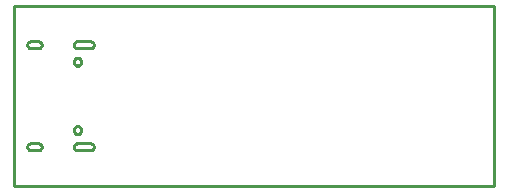
<source format=gbr>
G04 EAGLE Gerber RS-274X export*
G75*
%MOMM*%
%FSLAX34Y34*%
%LPD*%
%INGKO*%
%IPPOS*%
%AMOC8*
5,1,8,0,0,1.08239X$1,22.5*%
G01*
%ADD10C,0.254000*%


D10*
X7620Y-76200D02*
X414020Y-76200D01*
X414020Y76200D01*
X7620Y76200D01*
X7620Y-76200D01*
X61550Y-46200D02*
X72550Y-46200D01*
X72811Y-46189D01*
X73071Y-46154D01*
X73326Y-46098D01*
X73576Y-46019D01*
X73818Y-45919D01*
X74050Y-45798D01*
X74271Y-45657D01*
X74478Y-45498D01*
X74671Y-45321D01*
X74848Y-45128D01*
X75007Y-44921D01*
X75148Y-44700D01*
X75269Y-44468D01*
X75369Y-44226D01*
X75448Y-43976D01*
X75504Y-43721D01*
X75539Y-43461D01*
X75550Y-43200D01*
X75539Y-42939D01*
X75504Y-42679D01*
X75448Y-42424D01*
X75369Y-42174D01*
X75269Y-41932D01*
X75148Y-41700D01*
X75007Y-41479D01*
X74848Y-41272D01*
X74671Y-41079D01*
X74478Y-40902D01*
X74271Y-40743D01*
X74050Y-40602D01*
X73818Y-40481D01*
X73576Y-40381D01*
X73326Y-40302D01*
X73071Y-40246D01*
X72811Y-40211D01*
X72550Y-40200D01*
X61550Y-40200D01*
X61289Y-40211D01*
X61029Y-40246D01*
X60774Y-40302D01*
X60524Y-40381D01*
X60282Y-40481D01*
X60050Y-40602D01*
X59829Y-40743D01*
X59622Y-40902D01*
X59429Y-41079D01*
X59252Y-41272D01*
X59093Y-41479D01*
X58952Y-41700D01*
X58831Y-41932D01*
X58731Y-42174D01*
X58652Y-42424D01*
X58596Y-42679D01*
X58561Y-42939D01*
X58550Y-43200D01*
X58561Y-43461D01*
X58596Y-43721D01*
X58652Y-43976D01*
X58731Y-44226D01*
X58831Y-44468D01*
X58952Y-44700D01*
X59093Y-44921D01*
X59252Y-45128D01*
X59429Y-45321D01*
X59622Y-45498D01*
X59829Y-45657D01*
X60050Y-45798D01*
X60282Y-45919D01*
X60524Y-46019D01*
X60774Y-46098D01*
X61029Y-46154D01*
X61289Y-46189D01*
X61550Y-46200D01*
X22200Y-46200D02*
X28400Y-46200D01*
X28661Y-46189D01*
X28921Y-46154D01*
X29176Y-46098D01*
X29426Y-46019D01*
X29668Y-45919D01*
X29900Y-45798D01*
X30121Y-45657D01*
X30328Y-45498D01*
X30521Y-45321D01*
X30698Y-45128D01*
X30857Y-44921D01*
X30998Y-44700D01*
X31119Y-44468D01*
X31219Y-44226D01*
X31298Y-43976D01*
X31354Y-43721D01*
X31389Y-43461D01*
X31400Y-43200D01*
X31389Y-42939D01*
X31354Y-42679D01*
X31298Y-42424D01*
X31219Y-42174D01*
X31119Y-41932D01*
X30998Y-41700D01*
X30857Y-41479D01*
X30698Y-41272D01*
X30521Y-41079D01*
X30328Y-40902D01*
X30121Y-40743D01*
X29900Y-40602D01*
X29668Y-40481D01*
X29426Y-40381D01*
X29176Y-40302D01*
X28921Y-40246D01*
X28661Y-40211D01*
X28400Y-40200D01*
X22200Y-40200D01*
X21939Y-40211D01*
X21679Y-40246D01*
X21424Y-40302D01*
X21174Y-40381D01*
X20932Y-40481D01*
X20700Y-40602D01*
X20479Y-40743D01*
X20272Y-40902D01*
X20079Y-41079D01*
X19902Y-41272D01*
X19743Y-41479D01*
X19602Y-41700D01*
X19481Y-41932D01*
X19381Y-42174D01*
X19302Y-42424D01*
X19246Y-42679D01*
X19211Y-42939D01*
X19200Y-43200D01*
X19211Y-43461D01*
X19246Y-43721D01*
X19302Y-43976D01*
X19381Y-44226D01*
X19481Y-44468D01*
X19602Y-44700D01*
X19743Y-44921D01*
X19902Y-45128D01*
X20079Y-45321D01*
X20272Y-45498D01*
X20479Y-45657D01*
X20700Y-45798D01*
X20932Y-45919D01*
X21174Y-46019D01*
X21424Y-46098D01*
X21679Y-46154D01*
X21939Y-46189D01*
X22200Y-46200D01*
X22200Y40200D02*
X28400Y40200D01*
X28661Y40211D01*
X28921Y40246D01*
X29176Y40302D01*
X29426Y40381D01*
X29668Y40481D01*
X29900Y40602D01*
X30121Y40743D01*
X30328Y40902D01*
X30521Y41079D01*
X30698Y41272D01*
X30857Y41479D01*
X30998Y41700D01*
X31119Y41932D01*
X31219Y42174D01*
X31298Y42424D01*
X31354Y42679D01*
X31389Y42939D01*
X31400Y43200D01*
X31389Y43461D01*
X31354Y43721D01*
X31298Y43976D01*
X31219Y44226D01*
X31119Y44468D01*
X30998Y44700D01*
X30857Y44921D01*
X30698Y45128D01*
X30521Y45321D01*
X30328Y45498D01*
X30121Y45657D01*
X29900Y45798D01*
X29668Y45919D01*
X29426Y46019D01*
X29176Y46098D01*
X28921Y46154D01*
X28661Y46189D01*
X28400Y46200D01*
X22200Y46200D01*
X21939Y46189D01*
X21679Y46154D01*
X21424Y46098D01*
X21174Y46019D01*
X20932Y45919D01*
X20700Y45798D01*
X20479Y45657D01*
X20272Y45498D01*
X20079Y45321D01*
X19902Y45128D01*
X19743Y44921D01*
X19602Y44700D01*
X19481Y44468D01*
X19381Y44226D01*
X19302Y43976D01*
X19246Y43721D01*
X19211Y43461D01*
X19200Y43200D01*
X19211Y42939D01*
X19246Y42679D01*
X19302Y42424D01*
X19381Y42174D01*
X19481Y41932D01*
X19602Y41700D01*
X19743Y41479D01*
X19902Y41272D01*
X20079Y41079D01*
X20272Y40902D01*
X20479Y40743D01*
X20700Y40602D01*
X20932Y40481D01*
X21174Y40381D01*
X21424Y40302D01*
X21679Y40246D01*
X21939Y40211D01*
X22200Y40200D01*
X61550Y40200D02*
X72550Y40200D01*
X72811Y40211D01*
X73071Y40246D01*
X73326Y40302D01*
X73576Y40381D01*
X73818Y40481D01*
X74050Y40602D01*
X74271Y40743D01*
X74478Y40902D01*
X74671Y41079D01*
X74848Y41272D01*
X75007Y41479D01*
X75148Y41700D01*
X75269Y41932D01*
X75369Y42174D01*
X75448Y42424D01*
X75504Y42679D01*
X75539Y42939D01*
X75550Y43200D01*
X75539Y43461D01*
X75504Y43721D01*
X75448Y43976D01*
X75369Y44226D01*
X75269Y44468D01*
X75148Y44700D01*
X75007Y44921D01*
X74848Y45128D01*
X74671Y45321D01*
X74478Y45498D01*
X74271Y45657D01*
X74050Y45798D01*
X73818Y45919D01*
X73576Y46019D01*
X73326Y46098D01*
X73071Y46154D01*
X72811Y46189D01*
X72550Y46200D01*
X61550Y46200D01*
X61289Y46189D01*
X61029Y46154D01*
X60774Y46098D01*
X60524Y46019D01*
X60282Y45919D01*
X60050Y45798D01*
X59829Y45657D01*
X59622Y45498D01*
X59429Y45321D01*
X59252Y45128D01*
X59093Y44921D01*
X58952Y44700D01*
X58831Y44468D01*
X58731Y44226D01*
X58652Y43976D01*
X58596Y43721D01*
X58561Y43461D01*
X58550Y43200D01*
X58561Y42939D01*
X58596Y42679D01*
X58652Y42424D01*
X58731Y42174D01*
X58831Y41932D01*
X58952Y41700D01*
X59093Y41479D01*
X59252Y41272D01*
X59429Y41079D01*
X59622Y40902D01*
X59829Y40743D01*
X60050Y40602D01*
X60282Y40481D01*
X60524Y40381D01*
X60774Y40302D01*
X61029Y40246D01*
X61289Y40211D01*
X61550Y40200D01*
X61550Y-46200D02*
X72550Y-46200D01*
X72811Y-46189D01*
X73071Y-46154D01*
X73326Y-46098D01*
X73576Y-46019D01*
X73818Y-45919D01*
X74050Y-45798D01*
X74271Y-45657D01*
X74478Y-45498D01*
X74671Y-45321D01*
X74848Y-45128D01*
X75007Y-44921D01*
X75148Y-44700D01*
X75269Y-44468D01*
X75369Y-44226D01*
X75448Y-43976D01*
X75504Y-43721D01*
X75539Y-43461D01*
X75550Y-43200D01*
X75539Y-42939D01*
X75504Y-42679D01*
X75448Y-42424D01*
X75369Y-42174D01*
X75269Y-41932D01*
X75148Y-41700D01*
X75007Y-41479D01*
X74848Y-41272D01*
X74671Y-41079D01*
X74478Y-40902D01*
X74271Y-40743D01*
X74050Y-40602D01*
X73818Y-40481D01*
X73576Y-40381D01*
X73326Y-40302D01*
X73071Y-40246D01*
X72811Y-40211D01*
X72550Y-40200D01*
X61550Y-40200D01*
X61289Y-40211D01*
X61029Y-40246D01*
X60774Y-40302D01*
X60524Y-40381D01*
X60282Y-40481D01*
X60050Y-40602D01*
X59829Y-40743D01*
X59622Y-40902D01*
X59429Y-41079D01*
X59252Y-41272D01*
X59093Y-41479D01*
X58952Y-41700D01*
X58831Y-41932D01*
X58731Y-42174D01*
X58652Y-42424D01*
X58596Y-42679D01*
X58561Y-42939D01*
X58550Y-43200D01*
X58561Y-43461D01*
X58596Y-43721D01*
X58652Y-43976D01*
X58731Y-44226D01*
X58831Y-44468D01*
X58952Y-44700D01*
X59093Y-44921D01*
X59252Y-45128D01*
X59429Y-45321D01*
X59622Y-45498D01*
X59829Y-45657D01*
X60050Y-45798D01*
X60282Y-45919D01*
X60524Y-46019D01*
X60774Y-46098D01*
X61029Y-46154D01*
X61289Y-46189D01*
X61550Y-46200D01*
X22200Y-46200D02*
X28400Y-46200D01*
X28661Y-46189D01*
X28921Y-46154D01*
X29176Y-46098D01*
X29426Y-46019D01*
X29668Y-45919D01*
X29900Y-45798D01*
X30121Y-45657D01*
X30328Y-45498D01*
X30521Y-45321D01*
X30698Y-45128D01*
X30857Y-44921D01*
X30998Y-44700D01*
X31119Y-44468D01*
X31219Y-44226D01*
X31298Y-43976D01*
X31354Y-43721D01*
X31389Y-43461D01*
X31400Y-43200D01*
X31389Y-42939D01*
X31354Y-42679D01*
X31298Y-42424D01*
X31219Y-42174D01*
X31119Y-41932D01*
X30998Y-41700D01*
X30857Y-41479D01*
X30698Y-41272D01*
X30521Y-41079D01*
X30328Y-40902D01*
X30121Y-40743D01*
X29900Y-40602D01*
X29668Y-40481D01*
X29426Y-40381D01*
X29176Y-40302D01*
X28921Y-40246D01*
X28661Y-40211D01*
X28400Y-40200D01*
X22200Y-40200D01*
X21939Y-40211D01*
X21679Y-40246D01*
X21424Y-40302D01*
X21174Y-40381D01*
X20932Y-40481D01*
X20700Y-40602D01*
X20479Y-40743D01*
X20272Y-40902D01*
X20079Y-41079D01*
X19902Y-41272D01*
X19743Y-41479D01*
X19602Y-41700D01*
X19481Y-41932D01*
X19381Y-42174D01*
X19302Y-42424D01*
X19246Y-42679D01*
X19211Y-42939D01*
X19200Y-43200D01*
X19211Y-43461D01*
X19246Y-43721D01*
X19302Y-43976D01*
X19381Y-44226D01*
X19481Y-44468D01*
X19602Y-44700D01*
X19743Y-44921D01*
X19902Y-45128D01*
X20079Y-45321D01*
X20272Y-45498D01*
X20479Y-45657D01*
X20700Y-45798D01*
X20932Y-45919D01*
X21174Y-46019D01*
X21424Y-46098D01*
X21679Y-46154D01*
X21939Y-46189D01*
X22200Y-46200D01*
X61550Y40200D02*
X72550Y40200D01*
X72811Y40211D01*
X73071Y40246D01*
X73326Y40302D01*
X73576Y40381D01*
X73818Y40481D01*
X74050Y40602D01*
X74271Y40743D01*
X74478Y40902D01*
X74671Y41079D01*
X74848Y41272D01*
X75007Y41479D01*
X75148Y41700D01*
X75269Y41932D01*
X75369Y42174D01*
X75448Y42424D01*
X75504Y42679D01*
X75539Y42939D01*
X75550Y43200D01*
X75539Y43461D01*
X75504Y43721D01*
X75448Y43976D01*
X75369Y44226D01*
X75269Y44468D01*
X75148Y44700D01*
X75007Y44921D01*
X74848Y45128D01*
X74671Y45321D01*
X74478Y45498D01*
X74271Y45657D01*
X74050Y45798D01*
X73818Y45919D01*
X73576Y46019D01*
X73326Y46098D01*
X73071Y46154D01*
X72811Y46189D01*
X72550Y46200D01*
X61550Y46200D01*
X61289Y46189D01*
X61029Y46154D01*
X60774Y46098D01*
X60524Y46019D01*
X60282Y45919D01*
X60050Y45798D01*
X59829Y45657D01*
X59622Y45498D01*
X59429Y45321D01*
X59252Y45128D01*
X59093Y44921D01*
X58952Y44700D01*
X58831Y44468D01*
X58731Y44226D01*
X58652Y43976D01*
X58596Y43721D01*
X58561Y43461D01*
X58550Y43200D01*
X58561Y42939D01*
X58596Y42679D01*
X58652Y42424D01*
X58731Y42174D01*
X58831Y41932D01*
X58952Y41700D01*
X59093Y41479D01*
X59252Y41272D01*
X59429Y41079D01*
X59622Y40902D01*
X59829Y40743D01*
X60050Y40602D01*
X60282Y40481D01*
X60524Y40381D01*
X60774Y40302D01*
X61029Y40246D01*
X61289Y40211D01*
X61550Y40200D01*
X22200Y40200D02*
X28400Y40200D01*
X28661Y40211D01*
X28921Y40246D01*
X29176Y40302D01*
X29426Y40381D01*
X29668Y40481D01*
X29900Y40602D01*
X30121Y40743D01*
X30328Y40902D01*
X30521Y41079D01*
X30698Y41272D01*
X30857Y41479D01*
X30998Y41700D01*
X31119Y41932D01*
X31219Y42174D01*
X31298Y42424D01*
X31354Y42679D01*
X31389Y42939D01*
X31400Y43200D01*
X31389Y43461D01*
X31354Y43721D01*
X31298Y43976D01*
X31219Y44226D01*
X31119Y44468D01*
X30998Y44700D01*
X30857Y44921D01*
X30698Y45128D01*
X30521Y45321D01*
X30328Y45498D01*
X30121Y45657D01*
X29900Y45798D01*
X29668Y45919D01*
X29426Y46019D01*
X29176Y46098D01*
X28921Y46154D01*
X28661Y46189D01*
X28400Y46200D01*
X22200Y46200D01*
X21939Y46189D01*
X21679Y46154D01*
X21424Y46098D01*
X21174Y46019D01*
X20932Y45919D01*
X20700Y45798D01*
X20479Y45657D01*
X20272Y45498D01*
X20079Y45321D01*
X19902Y45128D01*
X19743Y44921D01*
X19602Y44700D01*
X19481Y44468D01*
X19381Y44226D01*
X19302Y43976D01*
X19246Y43721D01*
X19211Y43461D01*
X19200Y43200D01*
X19211Y42939D01*
X19246Y42679D01*
X19302Y42424D01*
X19381Y42174D01*
X19481Y41932D01*
X19602Y41700D01*
X19743Y41479D01*
X19902Y41272D01*
X20079Y41079D01*
X20272Y40902D01*
X20479Y40743D01*
X20700Y40602D01*
X20932Y40481D01*
X21174Y40381D01*
X21424Y40302D01*
X21679Y40246D01*
X21939Y40211D01*
X22200Y40200D01*
X61537Y25650D02*
X61115Y25706D01*
X60703Y25816D01*
X60309Y25979D01*
X59941Y26192D01*
X59603Y26451D01*
X59301Y26753D01*
X59042Y27091D01*
X58829Y27459D01*
X58666Y27853D01*
X58556Y28265D01*
X58500Y28687D01*
X58500Y29113D01*
X58556Y29535D01*
X58666Y29947D01*
X58829Y30341D01*
X59042Y30709D01*
X59301Y31047D01*
X59603Y31349D01*
X59941Y31608D01*
X60309Y31821D01*
X60703Y31984D01*
X61115Y32094D01*
X61537Y32150D01*
X61963Y32150D01*
X62385Y32094D01*
X62797Y31984D01*
X63191Y31821D01*
X63559Y31608D01*
X63897Y31349D01*
X64199Y31047D01*
X64458Y30709D01*
X64671Y30341D01*
X64834Y29947D01*
X64944Y29535D01*
X65000Y29113D01*
X65000Y28687D01*
X64944Y28265D01*
X64834Y27853D01*
X64671Y27459D01*
X64458Y27091D01*
X64199Y26753D01*
X63897Y26451D01*
X63559Y26192D01*
X63191Y25979D01*
X62797Y25816D01*
X62385Y25706D01*
X61963Y25650D01*
X61537Y25650D01*
X61537Y-32150D02*
X61115Y-32094D01*
X60703Y-31984D01*
X60309Y-31821D01*
X59941Y-31608D01*
X59603Y-31349D01*
X59301Y-31047D01*
X59042Y-30709D01*
X58829Y-30341D01*
X58666Y-29947D01*
X58556Y-29535D01*
X58500Y-29113D01*
X58500Y-28687D01*
X58556Y-28265D01*
X58666Y-27853D01*
X58829Y-27459D01*
X59042Y-27091D01*
X59301Y-26753D01*
X59603Y-26451D01*
X59941Y-26192D01*
X60309Y-25979D01*
X60703Y-25816D01*
X61115Y-25706D01*
X61537Y-25650D01*
X61963Y-25650D01*
X62385Y-25706D01*
X62797Y-25816D01*
X63191Y-25979D01*
X63559Y-26192D01*
X63897Y-26451D01*
X64199Y-26753D01*
X64458Y-27091D01*
X64671Y-27459D01*
X64834Y-27853D01*
X64944Y-28265D01*
X65000Y-28687D01*
X65000Y-29113D01*
X64944Y-29535D01*
X64834Y-29947D01*
X64671Y-30341D01*
X64458Y-30709D01*
X64199Y-31047D01*
X63897Y-31349D01*
X63559Y-31608D01*
X63191Y-31821D01*
X62797Y-31984D01*
X62385Y-32094D01*
X61963Y-32150D01*
X61537Y-32150D01*
M02*

</source>
